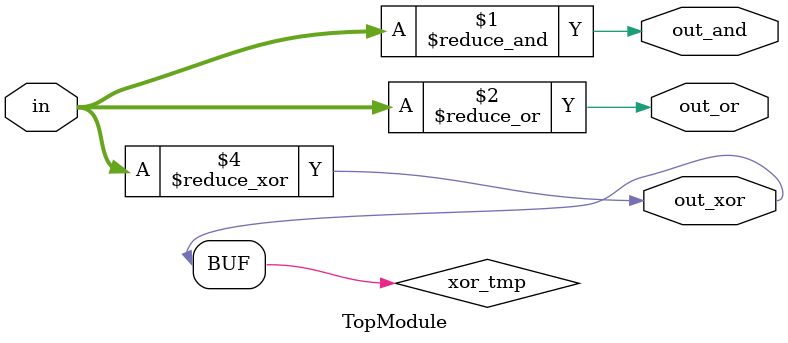
<source format=sv>

module TopModule (
  input [99:0] in,
  output out_and,
  output out_or,
  output out_xor
);
assign out_and = &in;
assign out_or = |in;

reg xor_tmp;
always @(*) begin
    xor_tmp = ^in;
end

assign out_xor = xor_tmp;

endmodule

</source>
